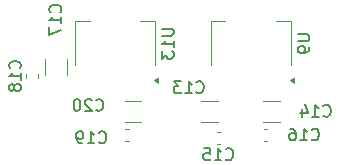
<source format=gbr>
%TF.GenerationSoftware,KiCad,Pcbnew,8.0.5*%
%TF.CreationDate,2024-12-20T11:35:35-05:00*%
%TF.ProjectId,mc3_afe,6d63335f-6166-4652-9e6b-696361645f70,rev?*%
%TF.SameCoordinates,Original*%
%TF.FileFunction,Legend,Bot*%
%TF.FilePolarity,Positive*%
%FSLAX46Y46*%
G04 Gerber Fmt 4.6, Leading zero omitted, Abs format (unit mm)*
G04 Created by KiCad (PCBNEW 8.0.5) date 2024-12-20 11:35:35*
%MOMM*%
%LPD*%
G01*
G04 APERTURE LIST*
%ADD10C,0.150000*%
%ADD11C,0.120000*%
G04 APERTURE END LIST*
D10*
X159392857Y-94609580D02*
X159440476Y-94657200D01*
X159440476Y-94657200D02*
X159583333Y-94704819D01*
X159583333Y-94704819D02*
X159678571Y-94704819D01*
X159678571Y-94704819D02*
X159821428Y-94657200D01*
X159821428Y-94657200D02*
X159916666Y-94561961D01*
X159916666Y-94561961D02*
X159964285Y-94466723D01*
X159964285Y-94466723D02*
X160011904Y-94276247D01*
X160011904Y-94276247D02*
X160011904Y-94133390D01*
X160011904Y-94133390D02*
X159964285Y-93942914D01*
X159964285Y-93942914D02*
X159916666Y-93847676D01*
X159916666Y-93847676D02*
X159821428Y-93752438D01*
X159821428Y-93752438D02*
X159678571Y-93704819D01*
X159678571Y-93704819D02*
X159583333Y-93704819D01*
X159583333Y-93704819D02*
X159440476Y-93752438D01*
X159440476Y-93752438D02*
X159392857Y-93800057D01*
X158440476Y-94704819D02*
X159011904Y-94704819D01*
X158726190Y-94704819D02*
X158726190Y-93704819D01*
X158726190Y-93704819D02*
X158821428Y-93847676D01*
X158821428Y-93847676D02*
X158916666Y-93942914D01*
X158916666Y-93942914D02*
X159011904Y-93990533D01*
X158107142Y-93704819D02*
X157488095Y-93704819D01*
X157488095Y-93704819D02*
X157821428Y-94085771D01*
X157821428Y-94085771D02*
X157678571Y-94085771D01*
X157678571Y-94085771D02*
X157583333Y-94133390D01*
X157583333Y-94133390D02*
X157535714Y-94181009D01*
X157535714Y-94181009D02*
X157488095Y-94276247D01*
X157488095Y-94276247D02*
X157488095Y-94514342D01*
X157488095Y-94514342D02*
X157535714Y-94609580D01*
X157535714Y-94609580D02*
X157583333Y-94657200D01*
X157583333Y-94657200D02*
X157678571Y-94704819D01*
X157678571Y-94704819D02*
X157964285Y-94704819D01*
X157964285Y-94704819D02*
X158059523Y-94657200D01*
X158059523Y-94657200D02*
X158107142Y-94609580D01*
X144429580Y-92607142D02*
X144477200Y-92559523D01*
X144477200Y-92559523D02*
X144524819Y-92416666D01*
X144524819Y-92416666D02*
X144524819Y-92321428D01*
X144524819Y-92321428D02*
X144477200Y-92178571D01*
X144477200Y-92178571D02*
X144381961Y-92083333D01*
X144381961Y-92083333D02*
X144286723Y-92035714D01*
X144286723Y-92035714D02*
X144096247Y-91988095D01*
X144096247Y-91988095D02*
X143953390Y-91988095D01*
X143953390Y-91988095D02*
X143762914Y-92035714D01*
X143762914Y-92035714D02*
X143667676Y-92083333D01*
X143667676Y-92083333D02*
X143572438Y-92178571D01*
X143572438Y-92178571D02*
X143524819Y-92321428D01*
X143524819Y-92321428D02*
X143524819Y-92416666D01*
X143524819Y-92416666D02*
X143572438Y-92559523D01*
X143572438Y-92559523D02*
X143620057Y-92607142D01*
X144524819Y-93559523D02*
X144524819Y-92988095D01*
X144524819Y-93273809D02*
X143524819Y-93273809D01*
X143524819Y-93273809D02*
X143667676Y-93178571D01*
X143667676Y-93178571D02*
X143762914Y-93083333D01*
X143762914Y-93083333D02*
X143810533Y-92988095D01*
X143953390Y-94130952D02*
X143905771Y-94035714D01*
X143905771Y-94035714D02*
X143858152Y-93988095D01*
X143858152Y-93988095D02*
X143762914Y-93940476D01*
X143762914Y-93940476D02*
X143715295Y-93940476D01*
X143715295Y-93940476D02*
X143620057Y-93988095D01*
X143620057Y-93988095D02*
X143572438Y-94035714D01*
X143572438Y-94035714D02*
X143524819Y-94130952D01*
X143524819Y-94130952D02*
X143524819Y-94321428D01*
X143524819Y-94321428D02*
X143572438Y-94416666D01*
X143572438Y-94416666D02*
X143620057Y-94464285D01*
X143620057Y-94464285D02*
X143715295Y-94511904D01*
X143715295Y-94511904D02*
X143762914Y-94511904D01*
X143762914Y-94511904D02*
X143858152Y-94464285D01*
X143858152Y-94464285D02*
X143905771Y-94416666D01*
X143905771Y-94416666D02*
X143953390Y-94321428D01*
X143953390Y-94321428D02*
X143953390Y-94130952D01*
X143953390Y-94130952D02*
X144001009Y-94035714D01*
X144001009Y-94035714D02*
X144048628Y-93988095D01*
X144048628Y-93988095D02*
X144143866Y-93940476D01*
X144143866Y-93940476D02*
X144334342Y-93940476D01*
X144334342Y-93940476D02*
X144429580Y-93988095D01*
X144429580Y-93988095D02*
X144477200Y-94035714D01*
X144477200Y-94035714D02*
X144524819Y-94130952D01*
X144524819Y-94130952D02*
X144524819Y-94321428D01*
X144524819Y-94321428D02*
X144477200Y-94416666D01*
X144477200Y-94416666D02*
X144429580Y-94464285D01*
X144429580Y-94464285D02*
X144334342Y-94511904D01*
X144334342Y-94511904D02*
X144143866Y-94511904D01*
X144143866Y-94511904D02*
X144048628Y-94464285D01*
X144048628Y-94464285D02*
X144001009Y-94416666D01*
X144001009Y-94416666D02*
X143953390Y-94321428D01*
X150892857Y-96109580D02*
X150940476Y-96157200D01*
X150940476Y-96157200D02*
X151083333Y-96204819D01*
X151083333Y-96204819D02*
X151178571Y-96204819D01*
X151178571Y-96204819D02*
X151321428Y-96157200D01*
X151321428Y-96157200D02*
X151416666Y-96061961D01*
X151416666Y-96061961D02*
X151464285Y-95966723D01*
X151464285Y-95966723D02*
X151511904Y-95776247D01*
X151511904Y-95776247D02*
X151511904Y-95633390D01*
X151511904Y-95633390D02*
X151464285Y-95442914D01*
X151464285Y-95442914D02*
X151416666Y-95347676D01*
X151416666Y-95347676D02*
X151321428Y-95252438D01*
X151321428Y-95252438D02*
X151178571Y-95204819D01*
X151178571Y-95204819D02*
X151083333Y-95204819D01*
X151083333Y-95204819D02*
X150940476Y-95252438D01*
X150940476Y-95252438D02*
X150892857Y-95300057D01*
X150511904Y-95300057D02*
X150464285Y-95252438D01*
X150464285Y-95252438D02*
X150369047Y-95204819D01*
X150369047Y-95204819D02*
X150130952Y-95204819D01*
X150130952Y-95204819D02*
X150035714Y-95252438D01*
X150035714Y-95252438D02*
X149988095Y-95300057D01*
X149988095Y-95300057D02*
X149940476Y-95395295D01*
X149940476Y-95395295D02*
X149940476Y-95490533D01*
X149940476Y-95490533D02*
X149988095Y-95633390D01*
X149988095Y-95633390D02*
X150559523Y-96204819D01*
X150559523Y-96204819D02*
X149940476Y-96204819D01*
X149321428Y-95204819D02*
X149226190Y-95204819D01*
X149226190Y-95204819D02*
X149130952Y-95252438D01*
X149130952Y-95252438D02*
X149083333Y-95300057D01*
X149083333Y-95300057D02*
X149035714Y-95395295D01*
X149035714Y-95395295D02*
X148988095Y-95585771D01*
X148988095Y-95585771D02*
X148988095Y-95823866D01*
X148988095Y-95823866D02*
X149035714Y-96014342D01*
X149035714Y-96014342D02*
X149083333Y-96109580D01*
X149083333Y-96109580D02*
X149130952Y-96157200D01*
X149130952Y-96157200D02*
X149226190Y-96204819D01*
X149226190Y-96204819D02*
X149321428Y-96204819D01*
X149321428Y-96204819D02*
X149416666Y-96157200D01*
X149416666Y-96157200D02*
X149464285Y-96109580D01*
X149464285Y-96109580D02*
X149511904Y-96014342D01*
X149511904Y-96014342D02*
X149559523Y-95823866D01*
X149559523Y-95823866D02*
X149559523Y-95585771D01*
X149559523Y-95585771D02*
X149511904Y-95395295D01*
X149511904Y-95395295D02*
X149464285Y-95300057D01*
X149464285Y-95300057D02*
X149416666Y-95252438D01*
X149416666Y-95252438D02*
X149321428Y-95204819D01*
X161892857Y-100289580D02*
X161940476Y-100337200D01*
X161940476Y-100337200D02*
X162083333Y-100384819D01*
X162083333Y-100384819D02*
X162178571Y-100384819D01*
X162178571Y-100384819D02*
X162321428Y-100337200D01*
X162321428Y-100337200D02*
X162416666Y-100241961D01*
X162416666Y-100241961D02*
X162464285Y-100146723D01*
X162464285Y-100146723D02*
X162511904Y-99956247D01*
X162511904Y-99956247D02*
X162511904Y-99813390D01*
X162511904Y-99813390D02*
X162464285Y-99622914D01*
X162464285Y-99622914D02*
X162416666Y-99527676D01*
X162416666Y-99527676D02*
X162321428Y-99432438D01*
X162321428Y-99432438D02*
X162178571Y-99384819D01*
X162178571Y-99384819D02*
X162083333Y-99384819D01*
X162083333Y-99384819D02*
X161940476Y-99432438D01*
X161940476Y-99432438D02*
X161892857Y-99480057D01*
X160940476Y-100384819D02*
X161511904Y-100384819D01*
X161226190Y-100384819D02*
X161226190Y-99384819D01*
X161226190Y-99384819D02*
X161321428Y-99527676D01*
X161321428Y-99527676D02*
X161416666Y-99622914D01*
X161416666Y-99622914D02*
X161511904Y-99670533D01*
X160035714Y-99384819D02*
X160511904Y-99384819D01*
X160511904Y-99384819D02*
X160559523Y-99861009D01*
X160559523Y-99861009D02*
X160511904Y-99813390D01*
X160511904Y-99813390D02*
X160416666Y-99765771D01*
X160416666Y-99765771D02*
X160178571Y-99765771D01*
X160178571Y-99765771D02*
X160083333Y-99813390D01*
X160083333Y-99813390D02*
X160035714Y-99861009D01*
X160035714Y-99861009D02*
X159988095Y-99956247D01*
X159988095Y-99956247D02*
X159988095Y-100194342D01*
X159988095Y-100194342D02*
X160035714Y-100289580D01*
X160035714Y-100289580D02*
X160083333Y-100337200D01*
X160083333Y-100337200D02*
X160178571Y-100384819D01*
X160178571Y-100384819D02*
X160416666Y-100384819D01*
X160416666Y-100384819D02*
X160511904Y-100337200D01*
X160511904Y-100337200D02*
X160559523Y-100289580D01*
X151142857Y-98859580D02*
X151190476Y-98907200D01*
X151190476Y-98907200D02*
X151333333Y-98954819D01*
X151333333Y-98954819D02*
X151428571Y-98954819D01*
X151428571Y-98954819D02*
X151571428Y-98907200D01*
X151571428Y-98907200D02*
X151666666Y-98811961D01*
X151666666Y-98811961D02*
X151714285Y-98716723D01*
X151714285Y-98716723D02*
X151761904Y-98526247D01*
X151761904Y-98526247D02*
X151761904Y-98383390D01*
X151761904Y-98383390D02*
X151714285Y-98192914D01*
X151714285Y-98192914D02*
X151666666Y-98097676D01*
X151666666Y-98097676D02*
X151571428Y-98002438D01*
X151571428Y-98002438D02*
X151428571Y-97954819D01*
X151428571Y-97954819D02*
X151333333Y-97954819D01*
X151333333Y-97954819D02*
X151190476Y-98002438D01*
X151190476Y-98002438D02*
X151142857Y-98050057D01*
X150190476Y-98954819D02*
X150761904Y-98954819D01*
X150476190Y-98954819D02*
X150476190Y-97954819D01*
X150476190Y-97954819D02*
X150571428Y-98097676D01*
X150571428Y-98097676D02*
X150666666Y-98192914D01*
X150666666Y-98192914D02*
X150761904Y-98240533D01*
X149714285Y-98954819D02*
X149523809Y-98954819D01*
X149523809Y-98954819D02*
X149428571Y-98907200D01*
X149428571Y-98907200D02*
X149380952Y-98859580D01*
X149380952Y-98859580D02*
X149285714Y-98716723D01*
X149285714Y-98716723D02*
X149238095Y-98526247D01*
X149238095Y-98526247D02*
X149238095Y-98145295D01*
X149238095Y-98145295D02*
X149285714Y-98050057D01*
X149285714Y-98050057D02*
X149333333Y-98002438D01*
X149333333Y-98002438D02*
X149428571Y-97954819D01*
X149428571Y-97954819D02*
X149619047Y-97954819D01*
X149619047Y-97954819D02*
X149714285Y-98002438D01*
X149714285Y-98002438D02*
X149761904Y-98050057D01*
X149761904Y-98050057D02*
X149809523Y-98145295D01*
X149809523Y-98145295D02*
X149809523Y-98383390D01*
X149809523Y-98383390D02*
X149761904Y-98478628D01*
X149761904Y-98478628D02*
X149714285Y-98526247D01*
X149714285Y-98526247D02*
X149619047Y-98573866D01*
X149619047Y-98573866D02*
X149428571Y-98573866D01*
X149428571Y-98573866D02*
X149333333Y-98526247D01*
X149333333Y-98526247D02*
X149285714Y-98478628D01*
X149285714Y-98478628D02*
X149238095Y-98383390D01*
X156454819Y-89261905D02*
X157264342Y-89261905D01*
X157264342Y-89261905D02*
X157359580Y-89309524D01*
X157359580Y-89309524D02*
X157407200Y-89357143D01*
X157407200Y-89357143D02*
X157454819Y-89452381D01*
X157454819Y-89452381D02*
X157454819Y-89642857D01*
X157454819Y-89642857D02*
X157407200Y-89738095D01*
X157407200Y-89738095D02*
X157359580Y-89785714D01*
X157359580Y-89785714D02*
X157264342Y-89833333D01*
X157264342Y-89833333D02*
X156454819Y-89833333D01*
X157454819Y-90833333D02*
X157454819Y-90261905D01*
X157454819Y-90547619D02*
X156454819Y-90547619D01*
X156454819Y-90547619D02*
X156597676Y-90452381D01*
X156597676Y-90452381D02*
X156692914Y-90357143D01*
X156692914Y-90357143D02*
X156740533Y-90261905D01*
X156454819Y-91166667D02*
X156454819Y-91785714D01*
X156454819Y-91785714D02*
X156835771Y-91452381D01*
X156835771Y-91452381D02*
X156835771Y-91595238D01*
X156835771Y-91595238D02*
X156883390Y-91690476D01*
X156883390Y-91690476D02*
X156931009Y-91738095D01*
X156931009Y-91738095D02*
X157026247Y-91785714D01*
X157026247Y-91785714D02*
X157264342Y-91785714D01*
X157264342Y-91785714D02*
X157359580Y-91738095D01*
X157359580Y-91738095D02*
X157407200Y-91690476D01*
X157407200Y-91690476D02*
X157454819Y-91595238D01*
X157454819Y-91595238D02*
X157454819Y-91309524D01*
X157454819Y-91309524D02*
X157407200Y-91214286D01*
X157407200Y-91214286D02*
X157359580Y-91166667D01*
X170142857Y-96609580D02*
X170190476Y-96657200D01*
X170190476Y-96657200D02*
X170333333Y-96704819D01*
X170333333Y-96704819D02*
X170428571Y-96704819D01*
X170428571Y-96704819D02*
X170571428Y-96657200D01*
X170571428Y-96657200D02*
X170666666Y-96561961D01*
X170666666Y-96561961D02*
X170714285Y-96466723D01*
X170714285Y-96466723D02*
X170761904Y-96276247D01*
X170761904Y-96276247D02*
X170761904Y-96133390D01*
X170761904Y-96133390D02*
X170714285Y-95942914D01*
X170714285Y-95942914D02*
X170666666Y-95847676D01*
X170666666Y-95847676D02*
X170571428Y-95752438D01*
X170571428Y-95752438D02*
X170428571Y-95704819D01*
X170428571Y-95704819D02*
X170333333Y-95704819D01*
X170333333Y-95704819D02*
X170190476Y-95752438D01*
X170190476Y-95752438D02*
X170142857Y-95800057D01*
X169190476Y-96704819D02*
X169761904Y-96704819D01*
X169476190Y-96704819D02*
X169476190Y-95704819D01*
X169476190Y-95704819D02*
X169571428Y-95847676D01*
X169571428Y-95847676D02*
X169666666Y-95942914D01*
X169666666Y-95942914D02*
X169761904Y-95990533D01*
X168333333Y-96038152D02*
X168333333Y-96704819D01*
X168571428Y-95657200D02*
X168809523Y-96371485D01*
X168809523Y-96371485D02*
X168190476Y-96371485D01*
X147859580Y-87857142D02*
X147907200Y-87809523D01*
X147907200Y-87809523D02*
X147954819Y-87666666D01*
X147954819Y-87666666D02*
X147954819Y-87571428D01*
X147954819Y-87571428D02*
X147907200Y-87428571D01*
X147907200Y-87428571D02*
X147811961Y-87333333D01*
X147811961Y-87333333D02*
X147716723Y-87285714D01*
X147716723Y-87285714D02*
X147526247Y-87238095D01*
X147526247Y-87238095D02*
X147383390Y-87238095D01*
X147383390Y-87238095D02*
X147192914Y-87285714D01*
X147192914Y-87285714D02*
X147097676Y-87333333D01*
X147097676Y-87333333D02*
X147002438Y-87428571D01*
X147002438Y-87428571D02*
X146954819Y-87571428D01*
X146954819Y-87571428D02*
X146954819Y-87666666D01*
X146954819Y-87666666D02*
X147002438Y-87809523D01*
X147002438Y-87809523D02*
X147050057Y-87857142D01*
X147954819Y-88809523D02*
X147954819Y-88238095D01*
X147954819Y-88523809D02*
X146954819Y-88523809D01*
X146954819Y-88523809D02*
X147097676Y-88428571D01*
X147097676Y-88428571D02*
X147192914Y-88333333D01*
X147192914Y-88333333D02*
X147240533Y-88238095D01*
X146954819Y-89142857D02*
X146954819Y-89809523D01*
X146954819Y-89809523D02*
X147954819Y-89380952D01*
X167954819Y-89738095D02*
X168764342Y-89738095D01*
X168764342Y-89738095D02*
X168859580Y-89785714D01*
X168859580Y-89785714D02*
X168907200Y-89833333D01*
X168907200Y-89833333D02*
X168954819Y-89928571D01*
X168954819Y-89928571D02*
X168954819Y-90119047D01*
X168954819Y-90119047D02*
X168907200Y-90214285D01*
X168907200Y-90214285D02*
X168859580Y-90261904D01*
X168859580Y-90261904D02*
X168764342Y-90309523D01*
X168764342Y-90309523D02*
X167954819Y-90309523D01*
X168954819Y-90833333D02*
X168954819Y-91023809D01*
X168954819Y-91023809D02*
X168907200Y-91119047D01*
X168907200Y-91119047D02*
X168859580Y-91166666D01*
X168859580Y-91166666D02*
X168716723Y-91261904D01*
X168716723Y-91261904D02*
X168526247Y-91309523D01*
X168526247Y-91309523D02*
X168145295Y-91309523D01*
X168145295Y-91309523D02*
X168050057Y-91261904D01*
X168050057Y-91261904D02*
X168002438Y-91214285D01*
X168002438Y-91214285D02*
X167954819Y-91119047D01*
X167954819Y-91119047D02*
X167954819Y-90928571D01*
X167954819Y-90928571D02*
X168002438Y-90833333D01*
X168002438Y-90833333D02*
X168050057Y-90785714D01*
X168050057Y-90785714D02*
X168145295Y-90738095D01*
X168145295Y-90738095D02*
X168383390Y-90738095D01*
X168383390Y-90738095D02*
X168478628Y-90785714D01*
X168478628Y-90785714D02*
X168526247Y-90833333D01*
X168526247Y-90833333D02*
X168573866Y-90928571D01*
X168573866Y-90928571D02*
X168573866Y-91119047D01*
X168573866Y-91119047D02*
X168526247Y-91214285D01*
X168526247Y-91214285D02*
X168478628Y-91261904D01*
X168478628Y-91261904D02*
X168383390Y-91309523D01*
X169142857Y-98609580D02*
X169190476Y-98657200D01*
X169190476Y-98657200D02*
X169333333Y-98704819D01*
X169333333Y-98704819D02*
X169428571Y-98704819D01*
X169428571Y-98704819D02*
X169571428Y-98657200D01*
X169571428Y-98657200D02*
X169666666Y-98561961D01*
X169666666Y-98561961D02*
X169714285Y-98466723D01*
X169714285Y-98466723D02*
X169761904Y-98276247D01*
X169761904Y-98276247D02*
X169761904Y-98133390D01*
X169761904Y-98133390D02*
X169714285Y-97942914D01*
X169714285Y-97942914D02*
X169666666Y-97847676D01*
X169666666Y-97847676D02*
X169571428Y-97752438D01*
X169571428Y-97752438D02*
X169428571Y-97704819D01*
X169428571Y-97704819D02*
X169333333Y-97704819D01*
X169333333Y-97704819D02*
X169190476Y-97752438D01*
X169190476Y-97752438D02*
X169142857Y-97800057D01*
X168190476Y-98704819D02*
X168761904Y-98704819D01*
X168476190Y-98704819D02*
X168476190Y-97704819D01*
X168476190Y-97704819D02*
X168571428Y-97847676D01*
X168571428Y-97847676D02*
X168666666Y-97942914D01*
X168666666Y-97942914D02*
X168761904Y-97990533D01*
X167333333Y-97704819D02*
X167523809Y-97704819D01*
X167523809Y-97704819D02*
X167619047Y-97752438D01*
X167619047Y-97752438D02*
X167666666Y-97800057D01*
X167666666Y-97800057D02*
X167761904Y-97942914D01*
X167761904Y-97942914D02*
X167809523Y-98133390D01*
X167809523Y-98133390D02*
X167809523Y-98514342D01*
X167809523Y-98514342D02*
X167761904Y-98609580D01*
X167761904Y-98609580D02*
X167714285Y-98657200D01*
X167714285Y-98657200D02*
X167619047Y-98704819D01*
X167619047Y-98704819D02*
X167428571Y-98704819D01*
X167428571Y-98704819D02*
X167333333Y-98657200D01*
X167333333Y-98657200D02*
X167285714Y-98609580D01*
X167285714Y-98609580D02*
X167238095Y-98514342D01*
X167238095Y-98514342D02*
X167238095Y-98276247D01*
X167238095Y-98276247D02*
X167285714Y-98181009D01*
X167285714Y-98181009D02*
X167333333Y-98133390D01*
X167333333Y-98133390D02*
X167428571Y-98085771D01*
X167428571Y-98085771D02*
X167619047Y-98085771D01*
X167619047Y-98085771D02*
X167714285Y-98133390D01*
X167714285Y-98133390D02*
X167761904Y-98181009D01*
X167761904Y-98181009D02*
X167809523Y-98276247D01*
D11*
%TO.C,C13*%
X159788748Y-95340000D02*
X161211252Y-95340000D01*
X159788748Y-97160000D02*
X161211252Y-97160000D01*
%TO.C,C18*%
X144990000Y-93390580D02*
X144990000Y-93109420D01*
X146010000Y-93390580D02*
X146010000Y-93109420D01*
%TO.C,C20*%
X154736252Y-95340000D02*
X153313748Y-95340000D01*
X154736252Y-97160000D02*
X153313748Y-97160000D01*
%TO.C,C15*%
X161390580Y-97990000D02*
X161109420Y-97990000D01*
X161390580Y-99010000D02*
X161109420Y-99010000D01*
%TO.C,C19*%
X153384420Y-97740000D02*
X153665580Y-97740000D01*
X153384420Y-98760000D02*
X153665580Y-98760000D01*
%TO.C,U13*%
X149090000Y-88590000D02*
X149090000Y-92350000D01*
X150350000Y-88590000D02*
X149090000Y-88590000D01*
X154650000Y-88590000D02*
X155910000Y-88590000D01*
X155910000Y-88590000D02*
X155910000Y-92350000D01*
X156140000Y-93870000D02*
X155810000Y-93630000D01*
X156140000Y-93390000D01*
X156140000Y-93870000D01*
G36*
X156140000Y-93870000D02*
G01*
X155810000Y-93630000D01*
X156140000Y-93390000D01*
X156140000Y-93870000D01*
G37*
%TO.C,C14*%
X166436252Y-95340000D02*
X165013748Y-95340000D01*
X166436252Y-97160000D02*
X165013748Y-97160000D01*
%TO.C,C17*%
X146590000Y-91788748D02*
X146590000Y-93211252D01*
X148410000Y-91788748D02*
X148410000Y-93211252D01*
%TO.C,U9*%
X160590000Y-88590000D02*
X160590000Y-92350000D01*
X161850000Y-88590000D02*
X160590000Y-88590000D01*
X166150000Y-88590000D02*
X167410000Y-88590000D01*
X167410000Y-88590000D02*
X167410000Y-92350000D01*
X167640000Y-93870000D02*
X167310000Y-93630000D01*
X167640000Y-93390000D01*
X167640000Y-93870000D01*
G36*
X167640000Y-93870000D02*
G01*
X167310000Y-93630000D01*
X167640000Y-93390000D01*
X167640000Y-93870000D01*
G37*
%TO.C,C16*%
X165084420Y-97740000D02*
X165365580Y-97740000D01*
X165084420Y-98760000D02*
X165365580Y-98760000D01*
%TD*%
M02*

</source>
